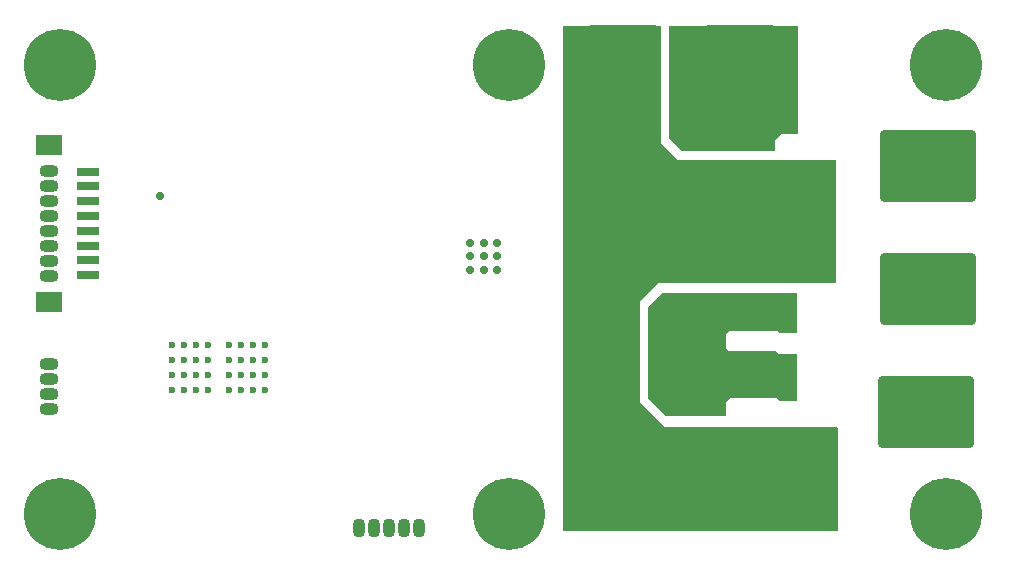
<source format=gbs>
G04*
G04 #@! TF.GenerationSoftware,Altium Limited,Altium Designer,21.0.8 (223)*
G04*
G04 Layer_Color=16711935*
%FSLAX25Y25*%
%MOIN*%
G70*
G04*
G04 #@! TF.SameCoordinates,B676E1CA-0217-40F3-8002-BB03906CADE6*
G04*
G04*
G04 #@! TF.FilePolarity,Negative*
G04*
G01*
G75*
%ADD62R,0.09055X0.06693*%
%ADD63R,0.07480X0.03150*%
G04:AMPARAMS|DCode=80|XSize=240.16mil|YSize=240.16mil|CornerRadius=13.78mil|HoleSize=0mil|Usage=FLASHONLY|Rotation=0.000|XOffset=0mil|YOffset=0mil|HoleType=Round|Shape=RoundedRectangle|*
%AMROUNDEDRECTD80*
21,1,0.24016,0.21260,0,0,0.0*
21,1,0.21260,0.24016,0,0,0.0*
1,1,0.02756,0.10630,-0.10630*
1,1,0.02756,-0.10630,-0.10630*
1,1,0.02756,-0.10630,0.10630*
1,1,0.02756,0.10630,0.10630*
%
%ADD80ROUNDEDRECTD80*%
G04:AMPARAMS|DCode=82|XSize=318.9mil|YSize=240.16mil|CornerRadius=13.78mil|HoleSize=0mil|Usage=FLASHONLY|Rotation=180.000|XOffset=0mil|YOffset=0mil|HoleType=Round|Shape=RoundedRectangle|*
%AMROUNDEDRECTD82*
21,1,0.31890,0.21260,0,0,180.0*
21,1,0.29134,0.24016,0,0,180.0*
1,1,0.02756,-0.14567,0.10630*
1,1,0.02756,0.14567,0.10630*
1,1,0.02756,0.14567,-0.10630*
1,1,0.02756,-0.14567,-0.10630*
%
%ADD82ROUNDEDRECTD82*%
%ADD103O,0.06299X0.04331*%
%ADD104O,0.04331X0.06299*%
%ADD105C,0.03740*%
%ADD106C,0.24016*%
%ADD107C,0.02362*%
%ADD108C,0.02756*%
G36*
X259862Y140261D02*
X254154D01*
X251992Y138100D01*
Y134616D01*
X220917D01*
X216598Y138936D01*
X216603Y176246D01*
X259862Y176246D01*
X259862Y140261D01*
D02*
G37*
G36*
X214000Y176363D02*
X214000Y137363D01*
X219611Y131752D01*
X272520Y131752D01*
Y90748D01*
X213248Y90748D01*
X207000Y84500D01*
X207000Y51000D01*
X215248Y42752D01*
X272666Y42752D01*
X273020Y42398D01*
X272999Y8000D01*
X181500Y8000D01*
X181500Y176363D01*
X214000Y176363D01*
D02*
G37*
G36*
X259303Y87319D02*
X259303Y73893D01*
X253594D01*
X252728Y74760D01*
X237167D01*
X235901Y73494D01*
X235901Y69087D01*
X236921Y68067D01*
X252401Y68067D01*
X253401Y67067D01*
X259303Y67067D01*
Y51394D01*
X253594D01*
X252728Y52260D01*
X237167D01*
X235901Y50994D01*
X235901Y48654D01*
X235901Y46668D01*
X235548Y46315D01*
X215653Y46315D01*
X209901Y52066D01*
X209901Y82567D01*
X214653Y87319D01*
X259303Y87319D01*
D02*
G37*
D62*
X10000Y84417D02*
D03*
Y136583D02*
D03*
D63*
X22992Y127724D02*
D03*
Y122803D02*
D03*
Y117882D02*
D03*
Y112961D02*
D03*
Y108039D02*
D03*
Y103118D02*
D03*
Y98197D02*
D03*
Y93276D02*
D03*
D80*
X240500Y164500D02*
D03*
X201500D02*
D03*
D82*
X303000Y129500D02*
D03*
X302500Y47500D02*
D03*
X303000Y88500D02*
D03*
D103*
X10000Y128000D02*
D03*
Y48500D02*
D03*
Y53500D02*
D03*
Y58500D02*
D03*
Y63500D02*
D03*
Y93000D02*
D03*
Y98000D02*
D03*
Y103000D02*
D03*
Y108000D02*
D03*
Y113000D02*
D03*
Y118000D02*
D03*
Y123000D02*
D03*
D104*
X113500Y9000D02*
D03*
X118500D02*
D03*
X133500D02*
D03*
X128500D02*
D03*
X123500D02*
D03*
D105*
X232500Y156500D02*
D03*
X240500D02*
D03*
X248500D02*
D03*
Y164500D02*
D03*
X240500D02*
D03*
X232500D02*
D03*
Y172500D02*
D03*
X248500D02*
D03*
X240500D02*
D03*
X193500Y156500D02*
D03*
X201500D02*
D03*
X209500D02*
D03*
Y164500D02*
D03*
X201500D02*
D03*
X193500D02*
D03*
Y172500D02*
D03*
X209500D02*
D03*
X201500D02*
D03*
X315000Y137500D02*
D03*
X307000D02*
D03*
X299000D02*
D03*
X291000D02*
D03*
Y129500D02*
D03*
X299000D02*
D03*
X307000D02*
D03*
X315000D02*
D03*
Y121500D02*
D03*
X291000D02*
D03*
X299000D02*
D03*
X307000D02*
D03*
X306500Y39500D02*
D03*
X298500D02*
D03*
X290500D02*
D03*
X314500D02*
D03*
Y47500D02*
D03*
X306500D02*
D03*
X298500D02*
D03*
X290500D02*
D03*
Y55500D02*
D03*
X298500D02*
D03*
X306500D02*
D03*
X314500D02*
D03*
X307000Y80500D02*
D03*
X299000D02*
D03*
X291000D02*
D03*
X315000D02*
D03*
Y88500D02*
D03*
X307000D02*
D03*
X299000D02*
D03*
X291000D02*
D03*
Y96500D02*
D03*
X299000D02*
D03*
X307000D02*
D03*
X315000D02*
D03*
D106*
X309055Y163386D02*
D03*
Y13780D02*
D03*
X13780Y163386D02*
D03*
X163386D02*
D03*
Y13780D02*
D03*
X13780D02*
D03*
D107*
X82000Y65000D02*
D03*
X74000D02*
D03*
X78000D02*
D03*
X70000D02*
D03*
X63000Y55000D02*
D03*
X82000Y59925D02*
D03*
X70000D02*
D03*
X74000D02*
D03*
X78000D02*
D03*
X63000Y60000D02*
D03*
X70000Y55000D02*
D03*
X74000D02*
D03*
X78000D02*
D03*
X82000D02*
D03*
X59000D02*
D03*
X55000D02*
D03*
X51000D02*
D03*
Y60000D02*
D03*
X55000D02*
D03*
X59000D02*
D03*
X55000Y65000D02*
D03*
X51000D02*
D03*
X59000D02*
D03*
X63000D02*
D03*
Y70000D02*
D03*
X59000D02*
D03*
X55000D02*
D03*
X70000D02*
D03*
X74000D02*
D03*
X78000D02*
D03*
X82000D02*
D03*
X51000D02*
D03*
D108*
X47000Y119500D02*
D03*
X150500Y95000D02*
D03*
X159500D02*
D03*
X150500Y104000D02*
D03*
X159500D02*
D03*
X155000Y95000D02*
D03*
X150500Y99500D02*
D03*
X155000Y104000D02*
D03*
X159500Y99500D02*
D03*
X155000D02*
D03*
M02*

</source>
